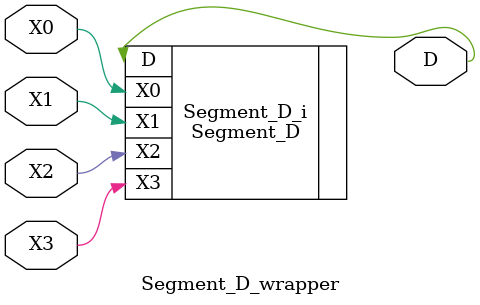
<source format=v>
`timescale 1 ps / 1 ps

module Segment_D_wrapper
   (D,
    X0,
    X1,
    X2,
    X3);
  output D;
  input X0;
  input X1;
  input X2;
  input X3;

  wire D;
  wire X0;
  wire X1;
  wire X2;
  wire X3;

  Segment_D Segment_D_i
       (.D(D),
        .X0(X0),
        .X1(X1),
        .X2(X2),
        .X3(X3));
endmodule

</source>
